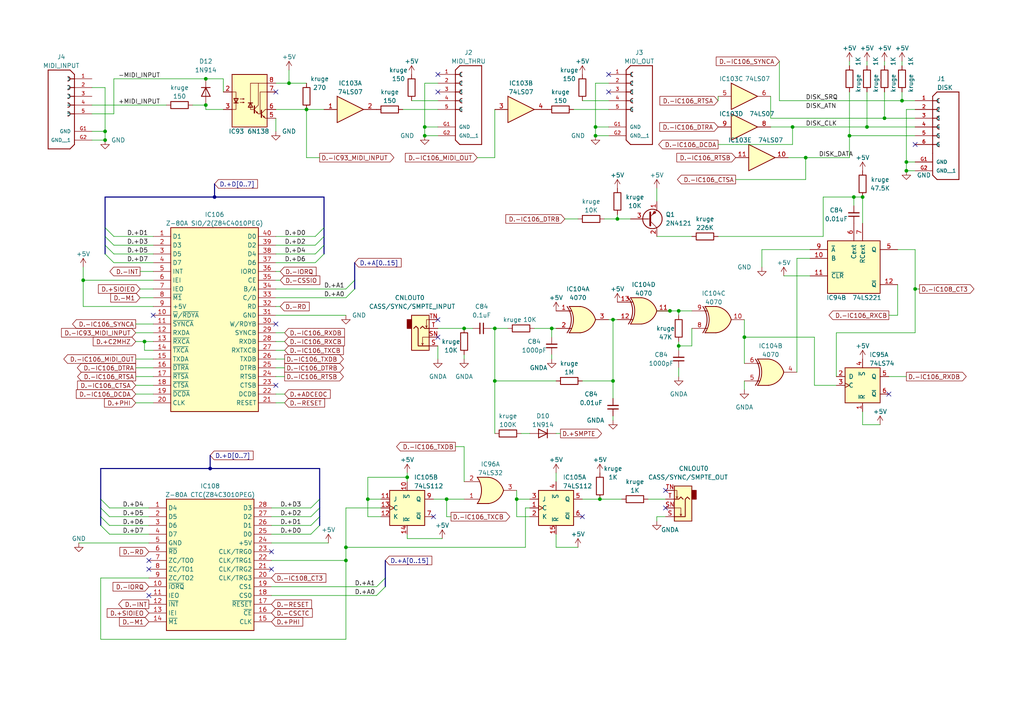
<source format=kicad_sch>
(kicad_sch (version 20230121) (generator eeschema)
  (paper "A4")
  (junction (at 30.48 40.64))
  (junction (at 172.72 39.37))
  (junction (at 172.72 36.83))
  (junction (at 261.62 29.21))
  (junction (at 177.8 92.71))
  (junction (at 83.82 24.13))
  (junction (at 149.86 144.78))
  (junction (at 177.8 110.49))
  (junction (at 143.51 110.49))
  (junction (at 247.65 57.15))
  (junction (at 30.48 38.1))
  (junction (at 123.19 36.83))
  (junction (at 106.68 144.78))
  (junction (at 262.89 49.53))
  (junction (at 256.54 34.29))
  (junction (at 134.62 95.25))
  (junction (at 60.96 135.89))
  (junction (at 123.19 39.37))
  (junction (at 265.43 83.82))
  (junction (at 196.85 100.33))
  (junction (at 251.46 36.83))
  (junction (at 196.85 90.17))
  (junction (at 160.02 95.25))
  (junction (at 173.99 144.78))
  (junction (at 62.23 57.15))
  (junction (at 250.19 57.15))
  (junction (at 100.33 162.56))
  (junction (at 100.33 158.75))
  (junction (at 229.87 36.83))
  (junction (at 262.89 46.99))
  (junction (at 129.54 144.78))
  (junction (at 24.13 81.28))
  (junction (at 143.51 95.25))
  (junction (at 215.9 97.79))
  (junction (at 41.91 99.06))
  (junction (at 59.69 22.86))
  (junction (at 118.11 138.43))
  (junction (at 194.31 90.17))
  (junction (at 88.9 31.75))
  (junction (at 59.69 30.48))
  (junction (at 246.38 39.37))
  (junction (at 233.68 45.72))
  (junction (at 179.07 63.5))
  (no_connect (at 168.91 149.86))
  (no_connect (at 176.53 26.67))
  (no_connect (at 78.74 160.02))
  (no_connect (at 193.04 142.24))
  (no_connect (at 125.73 149.86))
  (no_connect (at 80.01 111.76))
  (no_connect (at 127 92.71))
  (no_connect (at 176.53 21.59))
  (no_connect (at 43.18 165.1))
  (no_connect (at 265.43 41.91))
  (no_connect (at 44.45 91.44))
  (no_connect (at 257.81 114.3))
  (no_connect (at 127 26.67))
  (no_connect (at 193.04 147.32))
  (no_connect (at 43.18 162.56))
  (no_connect (at 78.74 165.1))
  (no_connect (at 80.01 93.98))
  (no_connect (at 127 97.79))
  (no_connect (at 80.01 26.67))
  (no_connect (at 43.18 172.72))
  (no_connect (at 127 21.59))
  (bus_entry (at 90.17 154.94) (size 2.54 -2.54))
  (bus_entry (at 90.17 149.86) (size 2.54 -2.54))
  (bus_entry (at 100.33 83.82) (size 2.54 -2.54))
  (bus_entry (at 33.02 68.58) (size -2.54 -2.54))
  (bus_entry (at 33.02 73.66) (size -2.54 -2.54))
  (bus_entry (at 91.44 68.58) (size 2.54 -2.54))
  (bus_entry (at 31.75 147.32) (size -2.54 -2.54))
  (bus_entry (at 33.02 76.2) (size -2.54 -2.54))
  (bus_entry (at 33.02 71.12) (size -2.54 -2.54))
  (bus_entry (at 91.44 71.12) (size 2.54 -2.54))
  (bus_entry (at 90.17 152.4) (size 2.54 -2.54))
  (bus_entry (at 91.44 76.2) (size 2.54 -2.54))
  (bus_entry (at 31.75 152.4) (size -2.54 -2.54))
  (bus_entry (at 109.22 170.18) (size 2.54 -2.54))
  (bus_entry (at 31.75 154.94) (size -2.54 -2.54))
  (bus_entry (at 90.17 147.32) (size 2.54 -2.54))
  (bus_entry (at 109.22 172.72) (size 2.54 -2.54))
  (bus_entry (at 100.33 86.36) (size 2.54 -2.54))
  (bus_entry (at 31.75 149.86) (size -2.54 -2.54))
  (bus_entry (at 91.44 73.66) (size 2.54 -2.54))
  (wire (pts (xy 147.32 95.25) (xy 143.51 95.25)))
  (wire (pts (xy 242.57 111.76) (xy 236.22 111.76)))
  (wire (pts (xy 59.69 22.86) (xy 64.77 22.86)))
  (bus (pts (xy 29.21 144.78) (xy 29.21 135.89)))
  (wire (pts (xy 118.11 156.21) (xy 118.11 154.94)))
  (wire (pts (xy 78.74 162.56) (xy 100.33 162.56)))
  (wire (pts (xy 262.89 46.99) (xy 262.89 49.53)))
  (wire (pts (xy 24.13 81.28) (xy 24.13 88.9)))
  (wire (pts (xy 138.43 45.72) (xy 143.51 45.72)))
  (wire (pts (xy 234.95 74.93) (xy 231.14 74.93)))
  (wire (pts (xy 242.57 96.52) (xy 242.57 109.22)))
  (wire (pts (xy 266.7 83.82) (xy 265.43 83.82)))
  (wire (pts (xy 30.48 40.64) (xy 26.67 40.64)))
  (wire (pts (xy 265.43 96.52) (xy 242.57 96.52)))
  (wire (pts (xy 196.85 91.44) (xy 196.85 90.17)))
  (wire (pts (xy 31.75 152.4) (xy 43.18 152.4)))
  (wire (pts (xy 196.85 101.6) (xy 196.85 100.33)))
  (wire (pts (xy 265.43 83.82) (xy 265.43 96.52)))
  (wire (pts (xy 137.16 95.25) (xy 134.62 95.25)))
  (bus (pts (xy 29.21 147.32) (xy 29.21 149.86)))
  (wire (pts (xy 83.82 24.13) (xy 88.9 24.13)))
  (wire (pts (xy 39.37 111.76) (xy 44.45 111.76)))
  (wire (pts (xy 29.21 185.42) (xy 29.21 167.64)))
  (wire (pts (xy 39.37 93.98) (xy 44.45 93.98)))
  (wire (pts (xy 33.02 76.2) (xy 44.45 76.2)))
  (wire (pts (xy 80.01 91.44) (xy 100.33 91.44)))
  (wire (pts (xy 256.54 26.67) (xy 256.54 34.29)))
  (wire (pts (xy 250.19 57.15) (xy 250.19 64.77)))
  (wire (pts (xy 26.67 25.4) (xy 30.48 25.4)))
  (wire (pts (xy 255.27 123.19) (xy 250.19 123.19)))
  (wire (pts (xy 179.07 63.5) (xy 182.88 63.5)))
  (wire (pts (xy 196.85 90.17) (xy 194.31 90.17)))
  (wire (pts (xy 82.55 104.14) (xy 80.01 104.14)))
  (bus (pts (xy 111.76 167.64) (xy 111.76 170.18)))
  (bus (pts (xy 30.48 68.58) (xy 30.48 71.12)))
  (bus (pts (xy 93.98 66.04) (xy 93.98 68.58)))
  (wire (pts (xy 257.81 91.44) (xy 260.35 91.44)))
  (wire (pts (xy 88.9 45.72) (xy 92.71 45.72)))
  (wire (pts (xy 81.28 81.28) (xy 80.01 81.28)))
  (wire (pts (xy 90.17 152.4) (xy 78.74 152.4)))
  (wire (pts (xy 55.88 30.48) (xy 59.69 30.48)))
  (wire (pts (xy 129.54 144.78) (xy 134.62 144.78)))
  (wire (pts (xy 80.01 83.82) (xy 100.33 83.82)))
  (wire (pts (xy 262.89 31.75) (xy 262.89 46.99)))
  (bus (pts (xy 92.71 144.78) (xy 92.71 147.32)))
  (wire (pts (xy 106.68 144.78) (xy 106.68 149.86)))
  (bus (pts (xy 30.48 66.04) (xy 30.48 68.58)))
  (wire (pts (xy 39.37 104.14) (xy 44.45 104.14)))
  (wire (pts (xy 127 24.13) (xy 123.19 24.13)))
  (wire (pts (xy 106.68 144.78) (xy 106.68 138.43)))
  (wire (pts (xy 190.5 149.86) (xy 190.5 151.13)))
  (wire (pts (xy 233.68 45.72) (xy 246.38 45.72)))
  (wire (pts (xy 90.17 149.86) (xy 78.74 149.86)))
  (wire (pts (xy 29.21 167.64) (xy 43.18 167.64)))
  (wire (pts (xy 227.33 80.01) (xy 234.95 80.01)))
  (wire (pts (xy 261.62 17.78) (xy 261.62 19.05)))
  (wire (pts (xy 260.35 72.39) (xy 265.43 72.39)))
  (wire (pts (xy 100.33 162.56) (xy 100.33 158.75)))
  (wire (pts (xy 123.19 36.83) (xy 123.19 39.37)))
  (wire (pts (xy 39.37 99.06) (xy 41.91 99.06)))
  (wire (pts (xy 24.13 88.9) (xy 44.45 88.9)))
  (bus (pts (xy 60.96 135.89) (xy 92.71 135.89)))
  (wire (pts (xy 168.91 29.21) (xy 176.53 29.21)))
  (wire (pts (xy 26.67 30.48) (xy 48.26 30.48)))
  (wire (pts (xy 161.29 137.16) (xy 161.29 139.7)))
  (wire (pts (xy 236.22 97.79) (xy 215.9 97.79)))
  (wire (pts (xy 31.75 154.94) (xy 43.18 154.94)))
  (wire (pts (xy 229.87 41.91) (xy 229.87 36.83)))
  (wire (pts (xy 175.26 63.5) (xy 179.07 63.5)))
  (wire (pts (xy 82.55 106.68) (xy 80.01 106.68)))
  (wire (pts (xy 123.19 24.13) (xy 123.19 36.83)))
  (wire (pts (xy 80.01 86.36) (xy 100.33 86.36)))
  (wire (pts (xy 39.37 106.68) (xy 44.45 106.68)))
  (wire (pts (xy 215.9 105.41) (xy 215.9 97.79)))
  (wire (pts (xy 177.8 110.49) (xy 177.8 115.57)))
  (wire (pts (xy 190.5 54.61) (xy 190.5 58.42)))
  (wire (pts (xy 153.67 147.32) (xy 152.4 147.32)))
  (wire (pts (xy 226.06 17.78) (xy 226.06 29.21)))
  (wire (pts (xy 143.51 31.75) (xy 143.51 45.72)))
  (wire (pts (xy 90.17 154.94) (xy 78.74 154.94)))
  (wire (pts (xy 33.02 71.12) (xy 44.45 71.12)))
  (wire (pts (xy 143.51 110.49) (xy 161.29 110.49)))
  (bus (pts (xy 102.87 76.2) (xy 102.87 81.28)))
  (wire (pts (xy 176.53 92.71) (xy 177.8 92.71)))
  (wire (pts (xy 256.54 34.29) (xy 223.52 34.29)))
  (wire (pts (xy 152.4 158.75) (xy 100.33 158.75)))
  (wire (pts (xy 234.95 72.39) (xy 220.98 72.39)))
  (bus (pts (xy 93.98 71.12) (xy 93.98 73.66)))
  (wire (pts (xy 265.43 46.99) (xy 262.89 46.99)))
  (wire (pts (xy 33.02 22.86) (xy 59.69 22.86)))
  (wire (pts (xy 33.02 68.58) (xy 44.45 68.58)))
  (wire (pts (xy 39.37 96.52) (xy 44.45 96.52)))
  (wire (pts (xy 39.37 109.22) (xy 44.45 109.22)))
  (wire (pts (xy 168.91 144.78) (xy 173.99 144.78)))
  (wire (pts (xy 153.67 125.73) (xy 151.13 125.73)))
  (wire (pts (xy 91.44 71.12) (xy 80.01 71.12)))
  (wire (pts (xy 238.76 68.58) (xy 208.28 68.58)))
  (wire (pts (xy 228.6 45.72) (xy 233.68 45.72)))
  (bus (pts (xy 102.87 81.28) (xy 102.87 83.82)))
  (wire (pts (xy 134.62 129.54) (xy 134.62 139.7)))
  (wire (pts (xy 265.43 72.39) (xy 265.43 83.82)))
  (wire (pts (xy 30.48 38.1) (xy 30.48 40.64)))
  (wire (pts (xy 90.17 147.32) (xy 78.74 147.32)))
  (wire (pts (xy 119.38 29.21) (xy 127 29.21)))
  (wire (pts (xy 82.55 99.06) (xy 80.01 99.06)))
  (wire (pts (xy 118.11 137.16) (xy 118.11 138.43)))
  (wire (pts (xy 44.45 101.6) (xy 41.91 101.6)))
  (wire (pts (xy 247.65 59.69) (xy 247.65 57.15)))
  (wire (pts (xy 187.96 144.78) (xy 193.04 144.78)))
  (wire (pts (xy 260.35 91.44) (xy 260.35 82.55)))
  (wire (pts (xy 246.38 39.37) (xy 246.38 26.67)))
  (wire (pts (xy 177.8 121.92) (xy 177.8 120.65)))
  (wire (pts (xy 127 100.33) (xy 127 104.14)))
  (wire (pts (xy 196.85 100.33) (xy 196.85 99.06)))
  (wire (pts (xy 118.11 138.43) (xy 118.11 139.7)))
  (wire (pts (xy 251.46 17.78) (xy 251.46 19.05)))
  (wire (pts (xy 31.75 149.86) (xy 43.18 149.86)))
  (bus (pts (xy 92.71 135.89) (xy 92.71 144.78)))
  (wire (pts (xy 176.53 36.83) (xy 172.72 36.83)))
  (wire (pts (xy 39.37 116.84) (xy 44.45 116.84)))
  (wire (pts (xy 247.65 57.15) (xy 238.76 57.15)))
  (wire (pts (xy 130.81 149.86) (xy 129.54 149.86)))
  (wire (pts (xy 190.5 90.17) (xy 194.31 90.17)))
  (wire (pts (xy 236.22 111.76) (xy 236.22 97.79)))
  (wire (pts (xy 26.67 38.1) (xy 30.48 38.1)))
  (wire (pts (xy 41.91 99.06) (xy 44.45 99.06)))
  (wire (pts (xy 152.4 147.32) (xy 152.4 158.75)))
  (wire (pts (xy 24.13 77.47) (xy 24.13 81.28)))
  (wire (pts (xy 91.44 73.66) (xy 80.01 73.66)))
  (wire (pts (xy 143.51 95.25) (xy 142.24 95.25)))
  (wire (pts (xy 238.76 57.15) (xy 238.76 68.58)))
  (wire (pts (xy 128.27 156.21) (xy 118.11 156.21)))
  (wire (pts (xy 172.72 36.83) (xy 172.72 39.37)))
  (wire (pts (xy 223.52 34.29) (xy 223.52 27.94)))
  (wire (pts (xy 196.85 90.17) (xy 200.66 90.17)))
  (wire (pts (xy 95.25 157.48) (xy 78.74 157.48)))
  (wire (pts (xy 82.55 114.3) (xy 80.01 114.3)))
  (wire (pts (xy 78.74 172.72) (xy 109.22 172.72)))
  (wire (pts (xy 127 95.25) (xy 134.62 95.25)))
  (wire (pts (xy 166.37 31.75) (xy 176.53 31.75)))
  (wire (pts (xy 82.55 96.52) (xy 80.01 96.52)))
  (wire (pts (xy 88.9 31.75) (xy 93.98 31.75)))
  (wire (pts (xy 163.83 63.5) (xy 167.64 63.5)))
  (wire (pts (xy 106.68 138.43) (xy 118.11 138.43)))
  (wire (pts (xy 200.66 100.33) (xy 196.85 100.33)))
  (bus (pts (xy 29.21 144.78) (xy 29.21 147.32)))
  (wire (pts (xy 100.33 162.56) (xy 100.33 185.42)))
  (wire (pts (xy 173.99 144.78) (xy 180.34 144.78)))
  (wire (pts (xy 100.33 147.32) (xy 110.49 147.32)))
  (bus (pts (xy 29.21 135.89) (xy 60.96 135.89)))
  (wire (pts (xy 64.77 22.86) (xy 64.77 26.67)))
  (wire (pts (xy 250.19 123.19) (xy 250.19 119.38)))
  (wire (pts (xy 179.07 62.23) (xy 179.07 63.5)))
  (wire (pts (xy 106.68 144.78) (xy 110.49 144.78)))
  (wire (pts (xy 265.43 29.21) (xy 261.62 29.21)))
  (bus (pts (xy 30.48 57.15) (xy 62.23 57.15)))
  (wire (pts (xy 30.48 25.4) (xy 30.48 38.1)))
  (wire (pts (xy 33.02 33.02) (xy 33.02 22.86)))
  (wire (pts (xy 177.8 92.71) (xy 179.07 92.71)))
  (wire (pts (xy 81.28 88.9) (xy 80.01 88.9)))
  (wire (pts (xy 78.74 170.18) (xy 109.22 170.18)))
  (wire (pts (xy 41.91 101.6) (xy 41.91 99.06)))
  (wire (pts (xy 168.91 110.49) (xy 177.8 110.49)))
  (wire (pts (xy 172.72 39.37) (xy 176.53 39.37)))
  (wire (pts (xy 26.67 33.02) (xy 33.02 33.02)))
  (wire (pts (xy 193.04 149.86) (xy 190.5 149.86)))
  (wire (pts (xy 256.54 34.29) (xy 265.43 34.29)))
  (bus (pts (xy 60.96 132.08) (xy 60.96 135.89)))
  (bus (pts (xy 30.48 66.04) (xy 30.48 57.15)))
  (wire (pts (xy 154.94 95.25) (xy 160.02 95.25)))
  (wire (pts (xy 64.77 31.75) (xy 59.69 31.75)))
  (wire (pts (xy 81.28 78.74) (xy 80.01 78.74)))
  (wire (pts (xy 80.01 31.75) (xy 88.9 31.75)))
  (wire (pts (xy 91.44 68.58) (xy 80.01 68.58)))
  (wire (pts (xy 262.89 109.22) (xy 257.81 109.22)))
  (wire (pts (xy 129.54 149.86) (xy 129.54 144.78)))
  (wire (pts (xy 40.64 86.36) (xy 44.45 86.36)))
  (wire (pts (xy 82.55 116.84) (xy 80.01 116.84)))
  (bus (pts (xy 93.98 57.15) (xy 93.98 66.04)))
  (wire (pts (xy 153.67 144.78) (xy 149.86 144.78)))
  (wire (pts (xy 83.82 20.32) (xy 83.82 24.13)))
  (bus (pts (xy 93.98 68.58) (xy 93.98 71.12)))
  (wire (pts (xy 190.5 68.58) (xy 200.66 68.58)))
  (wire (pts (xy 196.85 109.22) (xy 196.85 106.68)))
  (wire (pts (xy 132.08 129.54) (xy 134.62 129.54)))
  (wire (pts (xy 226.06 29.21) (xy 261.62 29.21)))
  (wire (pts (xy 213.36 52.07) (xy 233.68 52.07)))
  (wire (pts (xy 80.01 34.29) (xy 80.01 38.1)))
  (wire (pts (xy 262.89 49.53) (xy 265.43 49.53)))
  (wire (pts (xy 177.8 92.71) (xy 177.8 110.49)))
  (wire (pts (xy 153.67 149.86) (xy 149.86 149.86)))
  (wire (pts (xy 91.44 76.2) (xy 80.01 76.2)))
  (bus (pts (xy 92.71 147.32) (xy 92.71 149.86)))
  (wire (pts (xy 88.9 45.72) (xy 88.9 31.75)))
  (wire (pts (xy 172.72 24.13) (xy 172.72 36.83)))
  (wire (pts (xy 208.28 41.91) (xy 229.87 41.91)))
  (wire (pts (xy 247.65 57.15) (xy 250.19 57.15)))
  (wire (pts (xy 40.64 83.82) (xy 44.45 83.82)))
  (wire (pts (xy 161.29 154.94) (xy 161.29 158.75)))
  (wire (pts (xy 265.43 36.83) (xy 251.46 36.83)))
  (wire (pts (xy 162.56 125.73) (xy 161.29 125.73)))
  (wire (pts (xy 220.98 72.39) (xy 220.98 77.47)))
  (wire (pts (xy 82.55 101.6) (xy 80.01 101.6)))
  (wire (pts (xy 80.01 24.13) (xy 83.82 24.13)))
  (wire (pts (xy 134.62 104.14) (xy 134.62 102.87)))
  (wire (pts (xy 229.87 36.83) (xy 251.46 36.83)))
  (bus (pts (xy 30.48 71.12) (xy 30.48 73.66)))
  (wire (pts (xy 116.84 31.75) (xy 127 31.75)))
  (wire (pts (xy 127 36.83) (xy 123.19 36.83)))
  (wire (pts (xy 31.75 147.32) (xy 43.18 147.32)))
  (wire (pts (xy 215.9 110.49) (xy 215.9 113.03)))
  (bus (pts (xy 29.21 149.86) (xy 29.21 152.4)))
  (wire (pts (xy 246.38 39.37) (xy 246.38 45.72)))
  (wire (pts (xy 149.86 149.86) (xy 149.86 144.78)))
  (wire (pts (xy 200.66 95.25) (xy 200.66 100.33)))
  (wire (pts (xy 176.53 24.13) (xy 172.72 24.13)))
  (wire (pts (xy 215.9 97.79) (xy 215.9 92.71)))
  (wire (pts (xy 123.19 39.37) (xy 127 39.37)))
  (wire (pts (xy 251.46 36.83) (xy 251.46 26.67)))
  (wire (pts (xy 246.38 17.78) (xy 246.38 19.05)))
  (wire (pts (xy 143.51 110.49) (xy 143.51 125.73)))
  (wire (pts (xy 100.33 158.75) (xy 100.33 147.32)))
  (bus (pts (xy 111.76 162.56) (xy 111.76 167.64)))
  (wire (pts (xy 231.14 74.93) (xy 231.14 107.95)))
  (wire (pts (xy 233.68 52.07) (xy 233.68 45.72)))
  (wire (pts (xy 100.33 185.42) (xy 29.21 185.42)))
  (bus (pts (xy 62.23 53.34) (xy 62.23 57.15)))
  (wire (pts (xy 33.02 73.66) (xy 44.45 73.66)))
  (wire (pts (xy 82.55 109.22) (xy 80.01 109.22)))
  (wire (pts (xy 161.29 158.75) (xy 167.64 158.75)))
  (wire (pts (xy 40.64 78.74) (xy 44.45 78.74)))
  (wire (pts (xy 39.37 114.3) (xy 44.45 114.3)))
  (wire (pts (xy 160.02 104.14) (xy 160.02 102.87)))
  (bus (pts (xy 62.23 57.15) (xy 93.98 57.15)))
  (wire (pts (xy 160.02 95.25) (xy 161.29 95.25)))
  (bus (pts (xy 92.71 149.86) (xy 92.71 152.4)))
  (wire (pts (xy 143.51 95.25) (xy 143.51 110.49)))
  (wire (pts (xy 125.73 144.78) (xy 129.54 144.78)))
  (wire (pts (xy 59.69 31.75) (xy 59.69 30.48)))
  (wire (pts (xy 256.54 17.78) (xy 256.54 19.05)))
  (wire (pts (xy 110.49 149.86) (xy 106.68 149.86)))
  (wire (pts (xy 223.52 36.83) (xy 229.87 36.83)))
  (wire (pts (xy 265.43 31.75) (xy 262.89 31.75)))
  (wire (pts (xy 208.28 29.21) (xy 208.28 27.94)))
  (wire (pts (xy 160.02 95.25) (xy 160.02 97.79)))
  (wire (pts (xy 149.86 144.78) (xy 149.86 142.24)))
  (wire (pts (xy 24.13 81.28) (xy 44.45 81.28)))
  (wire (pts (xy 22.86 157.48) (xy 43.18 157.48)))
  (wire (pts (xy 261.62 29.21) (xy 261.62 26.67)))
  (wire (pts (xy 265.43 39.37) (xy 246.38 39.37)))
  (label "D.+D3" (at 81.28 147.32 0))
  (label "D.+D2" (at 81.28 149.86 0))
  (label "D.+D6" (at 35.56 152.4 0))
  (label "D.+D0" (at 81.28 154.94 0))
  (label "D.+D4" (at 82.55 73.66 0))
  (label "D.+A1" (at 93.98 83.82 0))
  (label "D.+D5" (at 35.56 149.86 0))
  (label "D.+D1" (at 36.83 68.58 0))
  (label "D.+D3" (at 36.83 71.12 0))
  (label "-MIDI_INPUT" (at 34.29 22.86 0))
  (label "DISK_CLK" (at 233.68 36.83 0))
  (label "D.+D4" (at 35.56 147.32 0))
  (label "+MIDI_INPUT" (at 34.29 30.48 0))
  (label "D.+A1" (at 102.87 170.18 0))
  (label "D.+D5" (at 36.83 73.66 0))
  (label "D.+A0" (at 93.98 86.36 0))
  (label "D.+D7" (at 35.56 154.94 0))
  (label "DISK_DATA" (at 237.49 45.72 0))
  (label "D.+D0" (at 82.55 68.58 0))
  (label "DISK_ATN" (at 233.68 31.75 0))
  (label "D.+D1" (at 81.28 152.4 0))
  (label "D.+D6" (at 82.55 76.2 0))
  (label "DISK_SRQ" (at 233.68 29.21 0))
  (label "D.+A0" (at 102.87 172.72 0))
  (label "D.+D7" (at 36.83 76.2 0))
  (label "D.+D2" (at 82.55 71.12 0))
  (global_label "D.-RD" (shape input) (at 81.28 88.9 0) (property "Intersheetrefs" "${INTERSHEET_REFS}" (effects hide)))
  (global_label "D.-IC93_MIDI_INPUT" (shape input) (at 39.37 96.52 180) (property "Intersheetrefs" "${INTERSHEET_REFS}" (effects hide)))
  (global_label "D.-IC106_DCDA" (shape input) (at 39.37 114.3 180) (property "Intersheetrefs" "${INTERSHEET_REFS}" (effects hide)))
  (global_label "D.-INT" (shape output) (at 40.64 78.74 180) (property "Intersheetrefs" "${INTERSHEET_REFS}" (effects hide)))
  (global_label "D.-IC106_DTRB" (shape output) (at 82.55 106.68 0) (property "Intersheetrefs" "${INTERSHEET_REFS}" (effects hide)))
  (global_label "D.+PHI" (shape input) (at 39.37 116.84 180) (property "Intersheetrefs" "${INTERSHEET_REFS}" (effects hide)))
  (global_label "D.-IC106_CTSA" (shape input) (at 39.37 111.76 180) (property "Intersheetrefs" "${INTERSHEET_REFS}" (effects hide)))
  (global_label "D.+PHI" (shape input) (at 78.74 180.34 0) (property "Intersheetrefs" "${INTERSHEET_REFS}" (effects hide)))
  (global_label "D.-IORQ" (shape input) (at 43.18 170.18 180) (property "Intersheetrefs" "${INTERSHEET_REFS}" (effects hide)))
  (global_label "D.-M1" (shape input) (at 40.64 86.36 180) (property "Intersheetrefs" "${INTERSHEET_REFS}" (effects hide)))
  (global_label "D.-IC106_RTSB" (shape output) (at 82.55 109.22 0) (property "Intersheetrefs" "${INTERSHEET_REFS}" (effects hide)))
  (global_label "D.-IORQ" (shape input) (at 81.28 78.74 0) (property "Intersheetrefs" "${INTERSHEET_REFS}" (effects hide)))
  (global_label "D.-RD" (shape input) (at 43.18 160.02 180) (property "Intersheetrefs" "${INTERSHEET_REFS}" (effects hide)))
  (global_label "D.-RESET" (shape input) (at 82.55 116.84 0) (property "Intersheetrefs" "${INTERSHEET_REFS}" (effects hide)))
  (global_label "D.-IC106_DTRA" (shape input) (at 208.28 36.83 180) (property "Intersheetrefs" "${INTERSHEET_REFS}" (effects hide)))
  (global_label "D.-IC106_CTSA" (shape output) (at 213.36 52.07 180) (property "Intersheetrefs" "${INTERSHEET_REFS}" (effects hide)))
  (global_label "D.-IC106_MIDI_OUT" (shape input) (at 138.43 45.72 180) (property "Intersheetrefs" "${INTERSHEET_REFS}" (effects hide)))
  (global_label "D.-IC106_DTRB" (shape input) (at 163.83 63.5 180) (property "Intersheetrefs" "${INTERSHEET_REFS}" (effects hide)))
  (global_label "D.-IC106_TXDB" (shape output) (at 132.08 129.54 180) (property "Intersheetrefs" "${INTERSHEET_REFS}" (effects hide)))
  (global_label "D.+SIOIEO" (shape input) (at 43.18 177.8 180) (property "Intersheetrefs" "${INTERSHEET_REFS}" (effects hide)))
  (global_label "D.-IC106_RTSB" (shape input) (at 213.36 45.72 180) (property "Intersheetrefs" "${INTERSHEET_REFS}" (effects hide)))
  (global_label "D.-IC106_MIDI_OUT" (shape output) (at 39.37 104.14 180) (property "Intersheetrefs" "${INTERSHEET_REFS}" (effects hide)))
  (global_label "D.-IC106_TXCB" (shape input) (at 82.55 101.6 0) (property "Intersheetrefs" "${INTERSHEET_REFS}" (effects hide)))
  (global_label "D.-M1" (shape input) (at 43.18 180.34 180) (property "Intersheetrefs" "${INTERSHEET_REFS}" (effects hide)))
  (global_label "D.+A[0..15]" (shape input) (at 111.76 162.56 0) (property "Intersheetrefs" "${INTERSHEET_REFS}" (effects hide)))
  (global_label "D.-IC106_SYNCA" (shape output) (at 39.37 93.98 180) (property "Intersheetrefs" "${INTERSHEET_REFS}" (effects hide)))
  (global_label "D.-INT" (shape output) (at 43.18 175.26 180) (property "Intersheetrefs" "${INTERSHEET_REFS}" (effects hide)))
  (global_label "D.-IC93_MIDI_INPUT" (shape output) (at 92.71 45.72 0) (property "Intersheetrefs" "${INTERSHEET_REFS}" (effects hide)))
  (global_label "D.-IC106_RTSA" (shape input) (at 208.28 29.21 180) (property "Intersheetrefs" "${INTERSHEET_REFS}" (effects hide)))
  (global_label "D.+C2MHZ" (shape input) (at 39.37 99.06 180) (property "Intersheetrefs" "${INTERSHEET_REFS}" (effects hide)))
  (global_label "D.-IC106_SYNCA" (shape input) (at 226.06 17.78 180) (property "Intersheetrefs" "${INTERSHEET_REFS}" (effects hide)))
  (global_label "D.-IC106_RXCB" (shape output) (at 257.81 91.44 180) (property "Intersheetrefs" "${INTERSHEET_REFS}" (effects hide)))
  (global_label "D.+SIOIEO" (shape input) (at 40.64 83.82 180) (property "Intersheetrefs" "${INTERSHEET_REFS}" (effects hide)))
  (global_label "D.+D[0..7]" (shape input) (at 60.96 132.08 0) (property "Intersheetrefs" "${INTERSHEET_REFS}" (effects hide)))
  (global_label "D.-IC108_CT3" (shape output) (at 266.7 83.82 0) (property "Intersheetrefs" "${INTERSHEET_REFS}" (effects hide)))
  (global_label "D.-IC106_DCDA" (shape output) (at 208.28 41.91 180) (property "Intersheetrefs" "${INTERSHEET_REFS}" (effects hide)))
  (global_label "D.-IC108_CT3" (shape input) (at 78.74 167.64 0) (property "Intersheetrefs" "${INTERSHEET_REFS}" (effects hide)))
  (global_label "D.-IC106_RXCB" (shape input) (at 82.55 99.06 0) (property "Intersheetrefs" "${INTERSHEET_REFS}" (effects hide)))
  (global_label "D.-CSCTC" (shape input) (at 78.74 177.8 0) (property "Intersheetrefs" "${INTERSHEET_REFS}" (effects hide)))
  (global_label "D.-IC106_RXDB" (shape input) (at 82.55 96.52 0) (property "Intersheetrefs" "${INTERSHEET_REFS}" (effects hide)))
  (global_label "D.-IC106_RXDB" (shape output) (at 262.89 109.22 0) (property "Intersheetrefs" "${INTERSHEET_REFS}" (effects hide)))
  (global_label "D.-RESET" (shape input) (at 78.74 175.26 0) (property "Intersheetrefs" "${INTERSHEET_REFS}" (effects hide)))
  (global_label "D.+SMPTE" (shape output) (at 162.56 125.73 0) (property "Intersheetrefs" "${INTERSHEET_REFS}" (effects hide)))
  (global_label "D.-CSSIO" (shape input) (at 81.28 81.28 0) (property "Intersheetrefs" "${INTERSHEET_REFS}" (effects hide)))
  (global_label "D.+D[0..7]" (shape input) (at 62.23 53.34 0) (property "Intersheetrefs" "${INTERSHEET_REFS}" (effects hide)))
  (global_label "D.-IC106_TXCB" (shape output) (at 130.81 149.86 0) (property "Intersheetrefs" "${INTERSHEET_REFS}" (effects hide)))
  (global_label "D.-IC106_DTRA" (shape output) (at 39.37 106.68 180) (property "Intersheetrefs" "${INTERSHEET_REFS}" (effects hide)))
  (global_label "D.+A[0..15]" (shape input) (at 102.87 76.2 0) (property "Intersheetrefs" "${INTERSHEET_REFS}" (effects hide)))
  (global_label "D.-IC106_TXDB" (shape output) (at 82.55 104.14 0) (property "Intersheetrefs" "${INTERSHEET_REFS}" (effects hide)))
  (global_label "D.+ADCEOC" (shape input) (at 82.55 114.3 0) (property "Intersheetrefs" "${INTERSHEET_REFS}" (effects hide)))
  (global_label "D.-IC106_RTSA" (shape output) (at 39.37 109.22 180) (property "Intersheetrefs" "${INTERSHEET_REFS}" (effects hide)))
  (symbol (lib_id "power:GNDA") (at 127 104.14 0) (unit 1)
    (property "Reference" "#PWR0247" (effects hide))
    (property "Value" "GNDA" (at 127 109.22 0))
    (instances (project "emu_sp12" (path "" (reference "#PWR0247") (unit 1)) (path "" (reference "#PWR0286") (unit 1)) (path "" (reference "#PWR0331") (unit 1)) (path "" (reference "#PWR0382") (unit 1))))
  )
  (symbol (lib_id "power:GND") (at 123.19 39.37 0) (unit 1)
    (property "Reference" "#PWR0219" (effects hide))
    (property "Value" "GND" (at 118.11 39.37 0))
    (instances (project "emu_sp12" (path "" (reference "#PWR0219") (unit 1)) (path "" (reference "#PWR0329") (unit 1)) (path "" (reference "#PWR0373") (unit 1))))
  )
  (symbol (lib_id "power:+5V") (at 24.13 77.47 0) (unit 1)
    (property "Reference" "#PWR0207" (effects hide))
    (property "Value" "+5V" (at 24.13 73.66 0))
    (instances (project "emu_sp12" (path "" (reference "#PWR0207") (unit 1)) (path "" (reference "#PWR0328") (unit 1)) (path "" (reference "#PWR0366") (unit 1))))
  )
  (symbol (lib_id "4xxx:4070") (at 223.52 107.95 0) (mirror x) (unit 2)
    (property "Reference" "IC104" (at 223.52 100.33 0))
    (property "Value" "4070" (at 223.52 102.87 0))
    (property "Footprint" "Package_DIP:DIP-14_W7.62mm_LongPads" (effects hide))
    (property "Datasheet" "http://www.intersil.com/content/dam/Intersil/documents/cd40/cd4070bms-77bms.pdf" (effects hide))
  )
  (symbol (lib_id "4xxx:4070") (at 186.69 90.17 0) (mirror x) (unit 4)
    (property "Reference" "IC104" (at 186.69 82.55 0))
    (property "Value" "4070" (at 186.69 85.09 0))
    (property "Footprint" "Package_DIP:DIP-14_W7.62mm_LongPads" (effects hide))
    (property "Datasheet" "http://www.intersil.com/content/dam/Intersil/documents/cd40/cd4070bms-77bms.pdf" (effects hide))
  )
  (symbol (lib_id "74xx:74LS07") (at 215.9 27.94 0) (unit 3)
    (property "Reference" "IC103" (at 212.09 22.86 0))
    (property "Value" "74LS07" (at 219.71 22.86 0))
    (property "Datasheet" "www.ti.com/lit/ds/symlink/sn74ls07.pdf" (effects hide))
  )
  (symbol (lib_id "Device:C_Small") (at 247.65 62.23 180) (unit 1)
    (property "Reference" "C84" (at 242.57 60.96 0))
    (property "Value" "0.01uF" (at 242.57 63.5 0))
    (instances (project "emu_sp12" (path "" (reference "C84") (unit 1)) (path "" (reference "C83") (unit 1)) (path "" (reference "C131") (unit 1)) (path "" (reference "kluge") (unit 1)) (path "" (reference "C81") (unit 1))))
  )
  (symbol (lib_id "power:GND") (at 100.33 91.44 0) (unit 1)
    (property "Reference" "#PWR0219" (effects hide))
    (property "Value" "GND" (at 104.14 91.44 0))
    (instances (project "emu_sp12" (path "" (reference "#PWR0219") (unit 1)) (path "" (reference "#PWR0329") (unit 1)) (path "" (reference "#PWR0367") (unit 1))))
  )
  (symbol (lib_id "74xx:74LS112") (at 118.11 147.32 0) (unit 2)
    (property "Reference" "IC105" (at 120.0659 138.43 0) (effects (justify left)))
    (property "Value" "74LS112" (at 120.0659 140.97 0) (effects (justify left)))
    (property "Datasheet" "http://www.ti.com/lit/gpn/sn74LS112" (effects hide))
  )
  (symbol (lib_id "power:+5V") (at 161.29 137.16 0) (unit 1)
    (property "Reference" "#PWR0207" (effects hide))
    (property "Value" "+5V" (at 161.29 133.35 0))
    (instances (project "emu_sp12" (path "" (reference "#PWR0207") (unit 1)) (path "" (reference "#PWR0328") (unit 1)) (path "" (reference "#PWR0385") (unit 1))))
  )
  (symbol (lib_id "power:+5V") (at 173.99 137.16 0) (unit 1)
    (property "Reference" "#PWR0207" (effects hide))
    (property "Value" "+5V" (at 173.99 133.35 0))
    (instances (project "emu_sp12" (path "" (reference "#PWR0207") (unit 1)) (path "" (reference "#PWR0328") (unit 1)) (path "" (reference "#PWR0387") (unit 1))))
  )
  (symbol (lib_id "74xx:74LS07") (at 215.9 36.83 0) (unit 4)
    (property "Reference" "IC103" (at 212.09 33.02 0))
    (property "Value" "74LS07" (at 220.98 33.02 0))
    (property "Datasheet" "www.ti.com/lit/ds/symlink/sn74ls07.pdf" (effects hide))
  )
  (symbol (lib_id "Device:R") (at 171.45 63.5 270) (unit 1)
    (property "Reference" "kruge" (at 171.45 58.42 90))
    (property "Value" "10K" (at 171.45 60.96 90))
    (property "Footprint" "Resistor_THT:R_Axial_DIN0204_L3.6mm_D1.6mm_P5.08mm_Horizontal" (effects hide))
    (instances (project "emu_sp12" (path "" (reference "kruge") (unit 1)) (path "" (reference "R81") (unit 1)) (path "" (reference "R113") (unit 1)) (path "" (reference "R106") (unit 1)) (path "" (reference "R31") (unit 1))))
  )
  (symbol (lib_id "Isolator:6N138") (at 72.39 29.21 0) (unit 1)
    (property "Reference" "IC93" (at 68.58 38.1 0))
    (property "Value" "6N138" (at 74.93 38.1 0))
    (property "Datasheet" "http://www.onsemi.com/pub/Collateral/HCPL2731-D.pdf" (effects hide))
  )
  (symbol (lib_id "Device:R") (at 168.91 25.4 180) (unit 1)
    (property "Reference" "kruge" (at 165.1 20.32 0))
    (property "Value" "150" (at 165.1 22.86 0))
    (property "Footprint" "Resistor_THT:R_Axial_DIN0204_L3.6mm_D1.6mm_P5.08mm_Horizontal" (effects hide))
    (instances (project "emu_sp12" (path "" (reference "kruge") (unit 1)) (path "" (reference "R81") (unit 1)) (path "" (reference "R113") (unit 1)) (path "" (reference "R106") (unit 1)) (path "" (reference "R90") (unit 1))))
  )
  (symbol (lib_id "Device:C_Small") (at 196.85 104.14 180) (unit 1)
    (property "Reference" "C84" (at 191.77 102.87 0))
    (property "Value" "1000pF" (at 191.77 105.41 0))
    (instances (project "emu_sp12" (path "" (reference "C84") (unit 1)) (path "" (reference "C83") (unit 1)) (path "" (reference "C131") (unit 1)) (path "" (reference "kluge") (unit 1)) (path "" (reference "C107") (unit 1))))
  )
  (symbol (lib_id "power:+5V") (at 261.62 17.78 0) (unit 1)
    (property "Reference" "#PWR0207" (effects hide))
    (property "Value" "+5V" (at 261.62 13.97 0))
    (instances (project "emu_sp12" (path "" (reference "#PWR0207") (unit 1)) (path "" (reference "#PWR0328") (unit 1)) (path "" (reference "#PWR0377") (unit 1))))
  )
  (symbol (lib_id "Device:R") (at 184.15 144.78 270) (unit 1)
    (property "Reference" "kruge" (at 184.15 139.7 90))
    (property "Value" "1K" (at 184.15 142.24 90))
    (property "Footprint" "Resistor_THT:R_Axial_DIN0204_L3.6mm_D1.6mm_P5.08mm_Horizontal" (effects hide))
    (instances (project "emu_sp12" (path "" (reference "kruge") (unit 1)) (path "" (reference "R81") (unit 1)) (path "" (reference "R113") (unit 1)) (path "" (reference "R106") (unit 1)) (path "" (reference "R100") (unit 1))))
  )
  (symbol (lib_id "power:+5V") (at 179.07 87.63 0) (unit 1)
    (property "Reference" "#PWR0207" (effects hide))
    (property "Value" "+5V" (at 179.07 83.82 0))
    (instances (project "emu_sp12" (path "" (reference "#PWR0207") (unit 1)) (path "" (reference "#PWR0328") (unit 1)) (path "" (reference "#PWR0398") (unit 1))))
  )
  (symbol (lib_id "power:GNDA") (at 177.8 121.92 0) (unit 1)
    (property "Reference" "#PWR0247" (effects hide))
    (property "Value" "GNDA" (at 172.72 121.92 0))
    (instances (project "emu_sp12" (path "" (reference "#PWR0247") (unit 1)) (path "" (reference "#PWR0286") (unit 1)) (path "" (reference "#PWR0331") (unit 1)) (path "" (reference "#PWR0392") (unit 1))))
  )
  (symbol (lib_id "power:+5V") (at 190.5 54.61 0) (unit 1)
    (property "Reference" "#PWR0207" (effects hide))
    (property "Value" "+5V" (at 190.5 50.8 0))
    (instances (project "emu_sp12" (path "" (reference "#PWR0207") (unit 1)) (path "" (reference "#PWR0328") (unit 1)) (path "" (reference "#PWR0400") (unit 1))))
  )
  (symbol (lib_id "power:GNDA") (at 196.85 109.22 0) (unit 1)
    (property "Reference" "#PWR0247" (effects hide))
    (property "Value" "GNDA" (at 196.85 114.3 0))
    (instances (project "emu_sp12" (path "" (reference "#PWR0247") (unit 1)) (path "" (reference "#PWR0286") (unit 1)) (path "" (reference "#PWR0331") (unit 1)) (path "" (reference "#PWR0393") (unit 1))))
  )
  (symbol (lib_id "Device:R") (at 250.19 53.34 180) (unit 1)
    (property "Reference" "kruge" (at 255.27 52.07 0))
    (property "Value" "47.5K" (at 255.27 54.61 0))
    (property "Footprint" "Resistor_THT:R_Axial_DIN0204_L3.6mm_D1.6mm_P5.08mm_Horizontal" (effects hide))
    (instances (project "emu_sp12" (path "" (reference "kruge") (unit 1)) (path "" (reference "R81") (unit 1)) (path "" (reference "R113") (unit 1)) (path "" (reference "R106") (unit 1)) (path "" (reference "R41") (unit 1))))
  )
  (symbol (lib_id "4xxx:4070") (at 168.91 92.71 0) (unit 1)
    (property "Reference" "IC104" (at 167.64 83.82 0))
    (property "Value" "4070" (at 167.64 86.36 0))
    (property "Footprint" "Package_DIP:DIP-14_W7.62mm_LongPads" (effects hide))
    (property "Datasheet" "http://www.intersil.com/content/dam/Intersil/documents/cd40/cd4070bms-77bms.pdf" (effects hide))
  )
  (symbol (lib_id "power:GNDA") (at 134.62 104.14 0) (unit 1)
    (property "Reference" "#PWR0247" (effects hide))
    (property "Value" "GNDA" (at 134.62 109.22 0))
    (instances (project "emu_sp12" (path "" (reference "#PWR0247") (unit 1)) (path "" (reference "#PWR0286") (unit 1)) (path "" (reference "#PWR0331") (unit 1)) (path "" (reference "#PWR0390") (unit 1))))
  )
  (symbol (lib_id "power:GND") (at 80.01 38.1 0) (unit 1)
    (property "Reference" "#PWR0219" (effects hide))
    (property "Value" "GND" (at 83.82 38.1 0))
    (instances (project "emu_sp12" (path "" (reference "#PWR0219") (unit 1)) (path "" (reference "#PWR0329") (unit 1)) (path "" (reference "#PWR0369") (unit 1))))
  )
  (symbol (lib_id "Device:R") (at 179.07 58.42 180) (unit 1)
    (property "Reference" "kruge" (at 184.15 57.15 0))
    (property "Value" "10K" (at 184.15 59.69 0))
    (property "Footprint" "Resistor_THT:R_Axial_DIN0204_L3.6mm_D1.6mm_P5.08mm_Horizontal" (effects hide))
    (instances (project "emu_sp12" (path "" (reference "kruge") (unit 1)) (path "" (reference "R81") (unit 1)) (path "" (reference "R113") (unit 1)) (path "" (reference "R106") (unit 1)) (path "" (reference "R35") (unit 1))))
  )
  (symbol (lib_id "4xxx:4070") (at 208.28 92.71 0) (mirror x) (unit 3)
    (property "Reference" "IC104" (at 207.01 85.09 0))
    (property "Value" "4070" (at 207.01 87.63 0))
    (property "Footprint" "Package_DIP:DIP-14_W7.62mm_LongPads" (effects hide))
    (property "Datasheet" "http://www.intersil.com/content/dam/Intersil/documents/cd40/cd4070bms-77bms.pdf" (effects hide))
  )
  (symbol (lib_id "Device:R") (at 251.46 22.86 180) (unit 1)
    (property "Reference" "kruge" (at 254 24.13 90))
    (property "Value" "1K" (at 254 17.78 90))
    (property "Footprint" "Resistor_THT:R_Axial_DIN0204_L3.6mm_D1.6mm_P5.08mm_Horizontal" (effects hide))
    (instances (project "emu_sp12" (path "" (reference "kruge") (unit 1)) (path "" (reference "R81") (unit 1)) (path "" (reference "R113") (unit 1)) (path "" (reference "R106") (unit 1)) (path "" (reference "R71") (unit 1))))
  )
  (symbol (lib_id "Device:C_Small") (at 139.7 95.25 270) (unit 1)
    (property "Reference" "C84" (at 139.7 88.9 90))
    (property "Value" "0.1uF" (at 139.7 91.44 90))
    (instances (project "emu_sp12" (path "" (reference "C84") (unit 1)) (path "" (reference "C83") (unit 1)) (path "" (reference "C131") (unit 1)) (path "" (reference "kluge") (unit 1)) (path "" (reference "C106") (unit 1))))
  )
  (symbol (lib_id "Device:C_Small") (at 160.02 100.33 180) (unit 1)
    (property "Reference" "C84" (at 154.94 99.06 0))
    (property "Value" "1000pF" (at 154.94 101.6 0))
    (instances (project "emu_sp12" (path "" (reference "C84") (unit 1)) (path "" (reference "C83") (unit 1)) (path "" (reference "C131") (unit 1)) (path "" (reference "kluge") (unit 1)) (path "" (reference "C108") (unit 1))))
  )
  (symbol (lib_id "Device:R") (at 246.38 22.86 180) (unit 1)
    (property "Reference" "kruge" (at 248.92 24.13 90))
    (property "Value" "1K" (at 248.92 17.78 90))
    (property "Footprint" "Resistor_THT:R_Axial_DIN0204_L3.6mm_D1.6mm_P5.08mm_Horizontal" (effects hide))
    (instances (project "emu_sp12" (path "" (reference "kruge") (unit 1)) (path "" (reference "R81") (unit 1)) (path "" (reference "R113") (unit 1)) (path "" (reference "R106") (unit 1)) (path "" (reference "R73") (unit 1))))
  )
  (symbol (lib_id "power:+5V") (at 256.54 17.78 0) (unit 1)
    (property "Reference" "#PWR0207" (effects hide))
    (property "Value" "+5V" (at 256.54 13.97 0))
    (instances (project "emu_sp12" (path "" (reference "#PWR0207") (unit 1)) (path "" (reference "#PWR0328") (unit 1)) (path "" (reference "#PWR0379") (unit 1))))
  )
  (symbol (lib_id "power:+5V") (at 167.64 158.75 0) (unit 1)
    (property "Reference" "#PWR0207" (effects hide))
    (property "Value" "+5V" (at 167.64 154.94 0))
    (instances (project "emu_sp12" (path "" (reference "#PWR0207") (unit 1)) (path "" (reference "#PWR0328") (unit 1)) (path "" (reference "#PWR0388") (unit 1))))
  )
  (symbol (lib_id "74xx:74LS112") (at 161.29 147.32 0) (unit 1)
    (property "Reference" "IC105" (at 163.2459 138.43 0) (effects (justify left)))
    (property "Value" "74LS112" (at 163.2459 140.97 0) (effects (justify left)))
    (property "Datasheet" "http://www.ti.com/lit/gpn/sn74LS112" (effects hide))
  )
  (symbol (lib_id "power:+5V") (at 168.91 21.59 0) (unit 1)
    (property "Reference" "#PWR0207" (effects hide))
    (property "Value" "+5V" (at 168.91 17.78 0))
    (instances (project "emu_sp12" (path "" (reference "#PWR0207") (unit 1)) (path "" (reference "#PWR0328") (unit 1)) (path "" (reference "#PWR0375") (unit 1))))
  )
  (symbol (lib_id "Device:R") (at 119.38 25.4 180) (unit 1)
    (property "Reference" "kruge" (at 115.57 20.32 0))
    (property "Value" "150" (at 115.57 22.86 0))
    (property "Footprint" "Resistor_THT:R_Axial_DIN0204_L3.6mm_D1.6mm_P5.08mm_Horizontal" (effects hide))
    (instances (project "emu_sp12" (path "" (reference "kruge") (unit 1)) (path "" (reference "R81") (unit 1)) (path "" (reference "R113") (unit 1)) (path "" (reference "R106") (unit 1)) (path "" (reference "R77") (unit 1))))
  )
  (symbol (lib_id "SamacSys_Parts:Z84C3010PEG") (at 43.18 147.32 0) (unit 1)
    (property "Reference" "IC108" (at 60.96 140.97 0))
    (property "Value" "Z-80A CTC(Z84C3010PEG)" (at 60.96 143.51 0))
    (property "Footprint" "DIP1550W53P254L3696H521Q28N" (effects hide))
    (property "Datasheet" "http://www.zilog.com/docs/z80/ps0181.pdf" (effects hide))
    (property "Height" "5.21" (effects hide))
    (property "Manufacturer_Name" "LITTELFUSE" (effects hide))
    (property "Manufacturer_Part_Number" "Z84C3010PEG" (effects hide))
    (property "Mouser Part Number" "692-Z84C3010PEG" (effects hide))
    (property "Mouser Price/Stock" "https://www.mouser.co.uk/ProductDetail/ZiLOG/Z84C3010PEG?qs=ZNtr8jqNHF7%2FlCv3C5EYHw%3D%3D" (effects hide))
  )
  (symbol (lib_id "power:+5V") (at 250.19 49.53 0) (unit 1)
    (property "Reference" "#PWR0207" (effects hide))
    (property "Value" "+5V" (at 250.19 45.72 0))
    (instances (project "emu_sp12" (path "" (reference "#PWR0207") (unit 1)) (path "" (reference "#PWR0328") (unit 1)) (path "" (reference "#PWR0402") (unit 1))))
  )
  (symbol (lib_id "power:+5V") (at 118.11 137.16 0) (unit 1)
    (property "Reference" "#PWR0207" (effects hide))
    (property "Value" "+5V" (at 118.11 133.35 0))
    (instances (project "emu_sp12" (path "" (reference "#PWR0207") (unit 1)) (path "" (reference "#PWR0328") (unit 1)) (path "" (reference "#PWR0384") (unit 1))))
  )
  (symbol (lib_id "power:+5V") (at 250.19 104.14 0) (unit 1)
    (property "Reference" "#PWR0207" (effects hide))
    (property "Value" "+5V" (at 250.19 100.33 0))
    (instances (project "emu_sp12" (path "" (reference "#PWR0207") (unit 1)) (path "" (reference "#PWR0328") (unit 1)) (path "" (reference "#PWR0395") (unit 1))))
  )
  (symbol (lib_id "SamacSys_Parts:2N4121") (at 187.96 63.5 0) (mirror x) (unit 1)
    (property "Reference" "Q1" (at 193.04 62.23 0) (effects (justify left)))
    (property "Value" "2N4121" (at 193.04 64.77 0) (effects (justify left)))
    (property "Footprint" "Package_TO_SOT_THT:TO-18-3" (effects hide))
    (property "Datasheet" "http://www.datasheetcatalog.org/datasheet/toshiba/905.pdf" (effects hide))
  )
  (symbol (lib_id "Device:R") (at 196.85 95.25 180) (unit 1)
    (property "Reference" "kruge" (at 193.04 95.25 0))
    (property "Value" "47K" (at 193.04 97.79 0))
    (property "Footprint" "Resistor_THT:R_Axial_DIN0204_L3.6mm_D1.6mm_P5.08mm_Horizontal" (effects hide))
    (instances (project "emu_sp12" (path "" (reference "kruge") (unit 1)) (path "" (reference "R81") (unit 1)) (path "" (reference "R113") (unit 1)) (path "" (reference "R106") (unit 1)) (path "" (reference "R72") (unit 1))))
  )
  (symbol (lib_id "power:GNDA") (at 160.02 104.14 0) (unit 1)
    (property "Reference" "#PWR0247" (effects hide))
    (property "Value" "GNDA" (at 156.21 106.68 0))
    (instances (project "emu_sp12" (path "" (reference "#PWR0247") (unit 1)) (path "" (reference "#PWR0286") (unit 1)) (path "" (reference "#PWR0331") (unit 1)) (path "" (reference "#PWR0391") (unit 1))))
  )
  (symbol (lib_id "power:GNDA") (at 190.5 151.13 0) (unit 1)
    (property "Reference" "#PWR0247" (effects hide))
    (property "Value" "GNDA" (at 194.31 153.67 0))
    (instances (project "emu_sp12" (path "" (reference "#PWR0247") (unit 1)) (path "" (reference "#PWR0286") (unit 1)) (path "" (reference "#PWR0331") (unit 1)) (path "" (reference "#PWR0383") (unit 1))))
  )
  (symbol (lib_id "Diode:1N914") (at 59.69 26.67 270) (unit 1)
    (property "Reference" "D12" (at 59.69 17.78 90))
    (property "Value" "1N914" (at 59.69 20.32 90))
    (property "Footprint" "Diode_THT:D_DO-35_SOD27_P7.62mm_Horizontal" (effects hide))
    (property "Datasheet" "http://www.vishay.com/docs/85622/1n914.pdf" (effects hide))
    (property "Sim.Device" "D" (effects hide))
    (property "Sim.Pins" "1=K 2=A" (effects hide))
    (instances (project "emu_sp12" (path "" (reference "D12") (unit 1)) (path "" (reference "D2") (unit 1))))
  )
  (symbol (lib_id "74xx:74LS07") (at 151.13 31.75 0) (unit 2)
    (property "Reference" "IC103" (at 151.13 24.13 0))
    (property "Value" "74LS07" (at 151.13 26.67 0))
    (property "Datasheet" "www.ti.com/lit/ds/symlink/sn74ls07.pdf" (effects hide))
  )
  (symbol (lib_id "SamacSys_Parts:Z84C4010PEG") (at 44.45 68.58 0) (unit 1)
    (property "Reference" "IC106" (at 62.23 62.23 0))
    (property "Value" "Z-80A SIO/2(Z84C4010PEG)" (at 62.23 64.77 0))
    (property "Footprint" "DIP1550W53P254L5232H424Q40N" (effects hide))
    (property "Datasheet" "http://www.zilog.com/docs/z80/ps0183.pdf" (effects hide))
    (property "Height" "4.24" (effects hide))
    (property "Manufacturer_Name" "LITTELFUSE" (effects hide))
    (property "Manufacturer_Part_Number" "Z84C4010PEG" (effects hide))
    (property "Mouser Part Number" "692-Z84C4010PEG" (effects hide))
    (property "Mouser Price/Stock" "https://www.mouser.co.uk/ProductDetail/ZiLOG/Z84C4010PEG?qs=ZNtr8jqNHF4vszdb5PeVGw%3D%3D" (effects hide))
  )
  (symbol (lib_id "Device:R") (at 134.62 99.06 180) (unit 1)
    (property "Reference" "kruge" (at 130.81 99.06 0))
    (property "Value" "10K" (at 130.81 101.6 0))
    (property "Footprint" "Resistor_THT:R_Axial_DIN0204_L3.6mm_D1.6mm_P5.08mm_Horizontal" (effects hide))
    (instances (project "emu_sp12" (path "" (reference "kruge") (unit 1)) (path "" (reference "R81") (unit 1)) (path "" (reference "R113") (unit 1)) (path "" (reference "R106") (unit 1)) (path "" (reference "R91") (unit 1))))
  )
  (symbol (lib_id "74xx:74LS74") (at 250.19 111.76 0) (unit 1)
    (property "Reference" "IC95" (at 252.1459 102.87 0) (effects (justify left)))
    (property "Value" "74LS74" (at 252.1459 105.41 0) (effects (justify left)))
    (property "Footprint" "Package_DIP:DIP-14_W7.62mm_LongPads" (effects hide))
    (property "Datasheet" "74xx/74hc_hct74.pdf" (effects hide))
  )
  (symbol (lib_id "Device:R") (at 88.9 27.94 180) (unit 1)
    (property "Reference" "kruge" (at 92.71 22.86 0))
    (property "Value" "270" (at 92.71 25.4 0))
    (property "Footprint" "Resistor_THT:R_Axial_DIN0204_L3.6mm_D1.6mm_P5.08mm_Horizontal" (effects hide))
    (instances (project "emu_sp12" (path "" (reference "kruge") (unit 1)) (path "" (reference "R81") (unit 1)) (path "" (reference "R113") (unit 1)) (path "" (reference "R106") (unit 1)) (path "" (reference "R57") (unit 1))))
  )
  (symbol (lib_id "power:GND") (at 262.89 49.53 0) (unit 1)
    (property "Reference" "#PWR0219" (effects hide))
    (property "Value" "GND" (at 267.97 50.8 0))
    (instances (project "emu_sp12" (path "" (reference "#PWR0219") (unit 1)) (path "" (reference "#PWR0329") (unit 1)) (path "" (reference "#PWR0378") (unit 1))))
  )
  (symbol (lib_id "Device:R") (at 204.47 68.58 270) (unit 1)
    (property "Reference" "kruge" (at 204.47 63.5 90))
    (property "Value" "226K" (at 204.47 66.04 90))
    (property "Footprint" "Resistor_THT:R_Axial_DIN0204_L3.6mm_D1.6mm_P5.08mm_Horizontal" (effects hide))
    (instances (project "emu_sp12" (path "" (reference "kruge") (unit 1)) (path "" (reference "R81") (unit 1)) (path "" (reference "R113") (unit 1)) (path "" (reference "R106") (unit 1)) (path "" (reference "R37") (unit 1))))
  )
  (symbol (lib_id "power:+5V") (at 227.33 80.01 0) (unit 1)
    (property "Reference" "#PWR0207" (effects hide))
    (property "Value" "+5V" (at 227.33 76.2 0))
    (instances (project "emu_sp12" (path "" (reference "#PWR0207") (unit 1)) (path "" (reference "#PWR0328") (unit 1)) (path "" (reference "#PWR0399") (unit 1))))
  )
  (symbol (lib_id "power:GND") (at 172.72 39.37 0) (unit 1)
    (property "Reference" "#PWR0219" (effects hide))
    (property "Value" "GND" (at 167.64 39.37 0))
    (instances (project "emu_sp12" (path "" (reference "#PWR0219") (unit 1)) (path "" (reference "#PWR0329") (unit 1)) (path "" (reference "#PWR0376") (unit 1))))
  )
  (symbol (lib_id "power:+5V") (at 251.46 17.78 0) (unit 1)
    (property "Reference" "#PWR0207" (effects hide))
    (property "Value" "+5V" (at 251.46 13.97 0))
    (instances (project "emu_sp12" (path "" (reference "#PWR0207") (unit 1)) (path "" (reference "#PWR0328") (unit 1)) (path "" (reference "#PWR0380") (unit 1))))
  )
  (symbol (lib_id "power:+5V") (at 128.27 156.21 0) (unit 1)
    (property "Reference" "#PWR0207" (effects hide))
    (property "Value" "+5V" (at 128.27 152.4 0))
    (instances (project "emu_sp12" (path "" (reference "#PWR0207") (unit 1)) (path "" (reference "#PWR0328") (unit 1)) (path "" (reference "#PWR0389") (unit 1))))
  )
  (symbol (lib_id "74xx:74LS07") (at 220.98 45.72 0) (unit 5)
    (property "Reference" "IC103" (at 214.63 40.64 0))
    (property "Value" "74LS07" (at 223.52 40.64 0))
    (property "Datasheet" "www.ti.com/lit/ds/symlink/sn74ls07.pdf" (effects hide))
  )
  (symbol (lib_id "Device:R") (at 261.62 22.86 180) (unit 1)
    (property "Reference" "kruge" (at 264.16 24.13 90))
    (property "Value" "1K" (at 264.16 17.78 90))
    (property "Footprint" "Resistor_THT:R_Axial_DIN0204_L3.6mm_D1.6mm_P5.08mm_Horizontal" (effects hide))
    (instances (project "emu_sp12" (path "" (reference "kruge") (unit 1)) (path "" (reference "R81") (unit 1)) (path "" (reference "R113") (unit 1)) (path "" (reference "R106") (unit 1)) (path "" (reference "R69") (unit 1))))
  )
  (symbol (lib_id "power:GND") (at 22.86 157.48 0) (unit 1)
    (property "Reference" "#PWR0219" (effects hide))
    (property "Value" "GND" (at 22.86 156.21 0))
    (instances (project "emu_sp12" (path "" (reference "#PWR0219") (unit 1)) (path "" (reference "#PWR0329") (unit 1)) (path "" (reference "#PWR0372") (unit 1))))
  )
  (symbol (lib_id "SamacSys_Parts:57PC5F") (at 132.08 29.21 0) (mirror y) (unit 1)
    (property "Reference" "J2" (at 135.89 15.24 0))
    (property "Value" "MIDI_THRU" (at 135.89 17.78 0))
    (property "Footprint" "SamacSys_Parts:SWITCHCRAFT_57PC5F" (effects hide))
    (property "PARTREV" "D" (effects hide))
    (property "MANUFACTURER" "Switchcraft" (effects hide))
    (property "MAXIMUM_PACKAGE_HEIGHT" "21mm" (effects hide))
    (property "STANDARD" "Manufacturer Recommendations" (effects hide))
  )
  (symbol (lib_id "74xx:74LS32") (at 142.24 142.24 0) (mirror x) (unit 1)
    (property "Reference" "IC96" (at 142.24 134.62 0))
    (property "Value" "74LS32" (at 142.24 137.16 0))
    (property "Datasheet" "http://www.ti.com/lit/gpn/sn74LS32" (effects hide))
  )
  (symbol (lib_id "Connector_Audio:NMJ4HFD3") (at 198.12 144.78 180) (unit 1)
    (property "Reference" "CNLOUT0" (at 196.85 135.89 0) (effects (justify right)))
    (property "Value" "CASS/SYNC/SMPTE_OUT" (at 187.96 138.43 0) (effects (justify right)))
    (property "Footprint" "Connector_Audio:Jack_XLR_Neutrik_NC3MAMH-PH_Horizontal" (effects hide))
    (property "Datasheet" "https://www.neutrik.com/en/product/nmj4hfd3" (effects hide))
    (instances (project "emu_sp12" (path "" (reference "CNLOUT0") (unit 1)) (path "" (reference "FOOT_INPUT3") (unit 1)) (path "" (reference "J9") (unit 1))))
  )
  (symbol (lib_id "Device:R") (at 113.03 31.75 270) (unit 1)
    (property "Reference" "kruge" (at 113.03 26.67 90))
    (property "Value" "150" (at 113.03 29.21 90))
    (property "Footprint" "Resistor_THT:R_Axial_DIN0204_L3.6mm_D1.6mm_P5.08mm_Horizontal" (effects hide))
    (instances (project "emu_sp12" (path "" (reference "kruge") (unit 1)) (path "" (reference "R81") (unit 1)) (path "" (reference "R113") (unit 1)) (path "" (reference "R106") (unit 1)) (path "" (reference "R82") (unit 1))))
  )
  (symbol (lib_id "power:GND") (at 220.98 77.47 0) (unit 1)
    (property "Reference" "#PWR0219" (effects hide))
    (property "Value" "GND" (at 215.9 77.47 0))
    (instances (project "emu_sp12" (path "" (reference "#PWR0219") (unit 1)) (path "" (reference "#PWR0329") (unit 1)) (path "" (reference "#PWR0386") (unit 1))))
  )
  (symbol (lib_id "Device:R") (at 165.1 110.49 270) (unit 1)
    (property "Reference" "kruge" (at 165.1 105.41 90))
    (property "Value" "1M" (at 165.1 107.95 90))
    (property "Footprint" "Resistor_THT:R_Axial_DIN0204_L3.6mm_D1.6mm_P5.08mm_Horizontal" (effects hide))
    (instances (project "emu_sp12" (path "" (reference "kruge") (unit 1)) (path "" (reference "R81") (unit 1)) (path "" (reference "R113") (unit 1)) (path "" (reference "R106") (unit 1)) (path "" (reference "R74") (unit 1))))
  )
  (symbol (lib_id "Device:R") (at 147.32 125.73 270) (unit 1)
    (property "Reference" "kruge" (at 147.32 120.65 90))
    (property "Value" "100K" (at 147.32 123.19 90))
    (property "Footprint" "Resistor_THT:R_Axial_DIN0204_L3.6mm_D1.6mm_P5.08mm_Horizontal" (effects hide))
    (instances (project "emu_sp12" (path "" (reference "kruge") (unit 1)) (path "" (reference "R81") (unit 1)) (path "" (reference "R113") (unit 1)) (path "" (reference "R106") (unit 1)) (path "" (reference "R115") (unit 1))))
  )
  (symbol (lib_id "power:+5V") (at 255.27 123.19 0) (unit 1)
    (property "Reference" "#PWR0207" (effects hide))
    (property "Value" "+5V" (at 255.27 119.38 0))
    (instances (project "emu_sp12" (path "" (reference "#PWR0207") (unit 1)) (path "" (reference "#PWR0328") (unit 1)) (path "" (reference "#PWR0396") (unit 1))))
  )
  (symbol (lib_id "Device:R") (at 162.56 31.75 270) (unit 1)
    (property "Reference" "kruge" (at 162.56 26.67 90))
    (property "Value" "150" (at 162.56 29.21 90))
    (property "Footprint" "Resistor_THT:R_Axial_DIN0204_L3.6mm_D1.6mm_P5.08mm_Horizontal" (effects hide))
    (instances (project "emu_sp12" (path "" (reference "kruge") (unit 1)) (path "" (reference "R81") (unit 1)) (path "" (reference "R113") (unit 1)) (path "" (reference "R106") (unit 1)) (path "" (reference "R84") (unit 1))))
  )
  (symbol (lib_id "Device:C_Small") (at 177.8 118.11 180) (unit 1)
    (property "Reference" "C84" (at 171.45 114.3 0))
    (property "Value" "0.01uF" (at 171.45 116.84 0))
    (instances (project "emu_sp12" (path "" (reference "C84") (unit 1)) (path "" (reference "C83") (unit 1)) (path "" (reference "C131") (unit 1)) (path "" (reference "kluge") (unit 1)) (path "" (reference "kluge") (unit 1))))
  )
  (symbol (lib_id "power:+5V") (at 161.29 90.17 0) (unit 1)
    (property "Reference" "#PWR0207" (effects hide))
    (property "Value" "+5V" (at 161.29 86.36 0))
    (instances (project "emu_sp12" (path "" (reference "#PWR0207") (unit 1)) (path "" (reference "#PWR0328") (unit 1)) (path "" (reference "#PWR0397") (unit 1))))
  )
  (symbol (lib_id "Device:R") (at 256.54 22.86 180) (unit 1)
    (property "Reference" "kruge" (at 259.08 24.13 90))
    (property "Value" "1K" (at 259.08 17.78 90))
    (property "Footprint" "Resistor_THT:R_Axial_DIN0204_L3.6mm_D1.6mm_P5.08mm_Horizontal" (effects hide))
    (instances (project "emu_sp12" (path "" (reference "kruge") (unit 1)) (path "" (reference "R81") (unit 1)) (path "" (reference "R113") (unit 1)) (path "" (reference "R106") (unit 1)) (path "" (reference "R70") (unit 1))))
  )
  (symbol (lib_id "Device:R") (at 173.99 140.97 180) (unit 1)
    (property "Reference" "kruge" (at 177.8 135.89 0))
    (property "Value" "1K" (at 177.8 138.43 0))
    (property "Footprint" "Resistor_THT:R_Axial_DIN0204_L3.6mm_D1.6mm_P5.08mm_Horizontal" (effects hide))
    (instances (project "emu_sp12" (path "" (reference "kruge") (unit 1)) (path "" (reference "R81") (unit 1)) (path "" (reference "R113") (unit 1)) (path "" (reference "R106") (unit 1)) (path "" (reference "R99") (unit 1))))
  )
  (symbol (lib_id "74xx:74LS07") (at 101.6 31.75 0) (unit 1)
    (property "Reference" "IC103" (at 101.6 24.13 0))
    (property "Value" "74LS07" (at 101.6 26.67 0))
    (property "Datasheet" "www.ti.com/lit/ds/symlink/sn74ls07.pdf" (effects hide))
  )
  (symbol (lib_id "Diode:1N914") (at 157.48 125.73 0) (mirror y) (unit 1)
    (property "Reference" "D10" (at 157.48 120.65 0))
    (property "Value" "1N914" (at 157.48 123.19 0))
    (property "Footprint" "Diode_THT:D_DO-35_SOD27_P7.62mm_Horizontal" (effects hide))
    (property "Datasheet" "http://www.vishay.com/docs/85622/1n914.pdf" (effects hide))
    (property "Sim.Device" "D" (effects hide))
    (property "Sim.Pins" "1=K 2=A" (effects hide))
  )
  (symbol (lib_id "SamacSys_Parts:57PC5F") (at 21.59 30.48 0) (unit 1)
    (property "Reference" "J4" (at 17.78 16.51 0))
    (property "Value" "MIDI_INPUT" (at 17.78 19.05 0))
    (property "Footprint" "SamacSys_Parts:SWITCHCRAFT_57PC5F" (effects hide))
    (property "PARTREV" "D" (effects hide))
    (property "MANUFACTURER" "Switchcraft" (effects hide))
    (property "MAXIMUM_PACKAGE_HEIGHT" "21mm" (effects hide))
    (property "STANDARD" "Manufacturer Recommendations" (effects hide))
  )
  (symbol (lib_id "74xx:74LS221") (at 247.65 77.47 0) (unit 2)
    (property "Reference" "IC94" (at 242.57 86.36 0))
    (property "Value" "74LS221" (at 251.46 86.36 0))
    (property "Footprint" "Package_DIP:DIP-16_W7.62mm_LongPads" (effects hide))
    (property "Datasheet" "http://www.ti.com/lit/gpn/sn74LS221" (effects hide))
  )
  (symbol (lib_id "SamacSys_Parts:61PC6F") (at 270.51 36.83 0) (mirror y) (unit 1)
    (property "Reference" "J1" (at 271.78 22.86 0) (effects (justify right)))
    (property "Value" "DISK" (at 271.78 25.4 0) (effects (justify right)))
    (property "Footprint" "SamacSys_Parts:SWITCHCRAFT_61PC6F" (effects hide))
    (property "PARTREV" "D" (effects hide))
    (property "MANUFACTURER" "Switchcraft" (effects hide))
    (property "MAXIMUM_PACKAGE_HEIGHT" "21mm" (effects hide))
    (property "STANDARD" "Manufacturer Recommendations" (effects hide))
  )
  (symbol (lib_id "power:+5V") (at 119.38 21.59 0) (unit 1)
    (property "Reference" "#PWR0207" (effects hide))
    (property "Value" "+5V" (at 119.38 17.78 0))
    (instances (project "emu_sp12" (path "" (reference "#PWR0207") (unit 1)) (path "" (reference "#PWR0328") (unit 1)) (path "" (reference "#PWR0374") (unit 1))))
  )
  (symbol (lib_id "power:+5V") (at 246.38 17.78 0) (unit 1)
    (property "Reference" "#PWR0207" (effects hide))
    (property "Value" "+5V" (at 246.38 13.97 0))
    (instances (project "emu_sp12" (path "" (reference "#PWR0207") (unit 1)) (path "" (reference "#PWR0328") (unit 1)) (path "" (reference "#PWR0381") (unit 1))))
  )
  (symbol (lib_id "power:GND") (at 30.48 40.64 0) (unit 1)
    (property "Reference" "#PWR0219" (effects hide))
    (property "Value" "GND" (at 34.29 40.64 0))
    (instances (project "emu_sp12" (path "" (reference "#PWR0219") (unit 1)) (path "" (reference "#PWR0329") (unit 1)) (path "" (reference "#PWR0368") (unit 1))))
  )
  (symbol (lib_id "SamacSys_Parts:57PC5F") (at 181.61 29.21 0) (mirror y) (unit 1)
    (property "Reference" "J3" (at 185.42 15.24 0))
    (property "Value" "MIDI_OUT" (at 185.42 17.78 0))
    (property "Footprint" "SamacSys_Parts:SWITCHCRAFT_57PC5F" (effects hide))
    (property "PARTREV" "D" (effects hide))
    (property "MANUFACTURER" "Switchcraft" (effects hide))
    (property "MAXIMUM_PACKAGE_HEIGHT" "21mm" (effects hide))
    (property "STANDARD" "Manufacturer Recommendations" (effects hide))
  )
  (symbol (lib_id "Device:R") (at 151.13 95.25 270) (unit 1)
    (property "Reference" "kruge" (at 148.59 92.71 90))
    (property "Value" "10K" (at 153.67 92.71 90))
    (property "Footprint" "Resistor_THT:R_Axial_DIN0204_L3.6mm_D1.6mm_P5.08mm_Horizontal" (effects hide))
    (instances (project "emu_sp12" (path "" (reference "kruge") (unit 1)) (path "" (reference "R81") (unit 1)) (path "" (reference "R113") (unit 1)) (path "" (reference "R106") (unit 1)) (path "" (reference "R83") (unit 1))))
  )
  (symbol (lib_id "power:+5V") (at 83.82 20.32 0) (unit 1)
    (property "Reference" "#PWR0207" (effects hide))
    (property "Value" "+5V" (at 83.82 16.51 0))
    (instances (project "emu_sp12" (path "" (reference "#PWR0207") (unit 1)) (path "" (reference "#PWR0328") (unit 1)) (path "" (reference "#PWR0370") (unit 1))))
  )
  (symbol (lib_id "power:GNDA") (at 215.9 113.03 0) (unit 1)
    (property "Reference" "#PWR0247" (effects hide))
    (property "Value" "GNDA" (at 215.9 118.11 0))
    (instances (project "emu_sp12" (path "" (reference "#PWR0247") (unit 1)) (path "" (reference "#PWR0286") (unit 1)) (path "" (reference "#PWR0331") (unit 1)) (path "" (reference "#PWR0394") (unit 1))))
  )
  (symbol (lib_id "Device:R") (at 52.07 30.48 270) (unit 1)
    (property "Reference" "kruge" (at 52.07 25.4 90))
    (property "Value" "150" (at 52.07 27.94 90))
    (property "Footprint" "Resistor_THT:R_Axial_DIN0204_L3.6mm_D1.6mm_P5.08mm_Horizontal" (effects hide))
    (instances (project "emu_sp12" (path "" (reference "kruge") (unit 1)) (path "" (reference "R81") (unit 1)) (path "" (reference "R113") (unit 1)) (path "" (reference "R106") (unit 1)) (path "" (reference "R55") (unit 1))))
  )
  (symbol (lib_id "Connector_Audio:NMJ4HFD3") (at 121.92 95.25 0) (mirror x) (unit 1)
    (property "Reference" "CNLOUT0" (at 123.19 86.36 0) (effects (justify right)))
    (property "Value" "CASS/SYNC/SMPTE_INPUT" (at 132.08 88.9 0) (effects (justify right)))
    (property "Footprint" "Connector_Audio:Jack_XLR_Neutrik_NC3MAMH-PH_Horizontal" (effects hide))
    (property "Datasheet" "https://www.neutrik.com/en/product/nmj4hfd3" (effects hide))
    (instances (project "emu_sp12" (path "" (reference "CNLOUT0") (unit 1)) (path "" (reference "FOOT_INPUT3") (unit 1)) (path "" (reference "J8") (unit 1))))
  )
  (symbol (lib_id "power:+5V") (at 179.07 54.61 0) (unit 1)
    (property "Reference" "#PWR0207" (effects hide))
    (property "Value" "+5V" (at 179.07 50.8 0))
    (instances (project "emu_sp12" (path "" (reference "#PWR0207") (unit 1)) (path "" (reference "#PWR0328") (unit 1)) (path "" (reference "#PWR0401") (unit 1))))
  )
  (symbol (lib_id "power:+5V") (at 95.25 157.48 0) (unit 1)
    (property "Reference" "#PWR0207" (effects hide))
    (property "Value" "+5V" (at 95.25 153.67 0))
    (instances (project "emu_sp12" (path "" (reference "#PWR0207") (unit 1)) (path "" (reference "#PWR0328") (unit 1)) (path "" (reference "#PWR0371") (unit 1))))
  )
)
</source>
